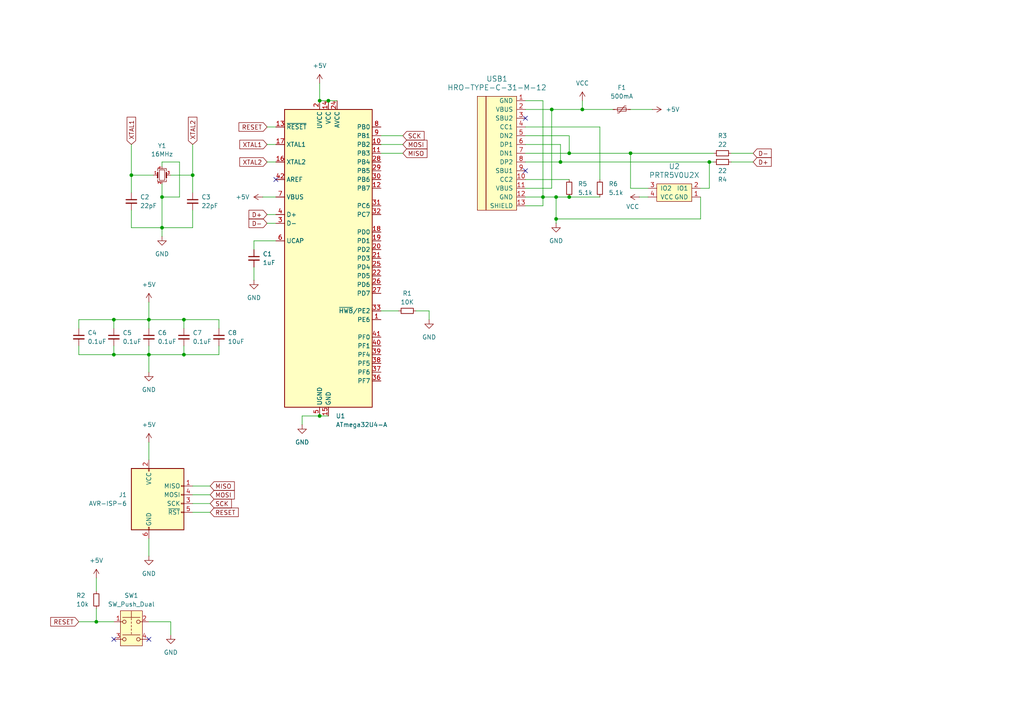
<source format=kicad_sch>
(kicad_sch (version 20250114) (generator "eeschema") (generator_version "9.0")
  (paper "A4")
  (lib_symbols
    (symbol "Connector:AVR-ISP-6" (pin_names (offset 1.016))
      (property "Reference" "J" (at -6.35 11.43 0))
      (property "Value" "AVR-ISP-6" (at 0 11.43 0))
      (symbol "AVR-ISP-6_0_1"
        (rectangle (start -2.667 10.16) (end -2.413 9.398))
        (rectangle (start -2.667 -6.858) (end -2.413 -7.62))
        (rectangle (start 7.62 10.16) (end -7.62 -7.62) (stroke (width 0.254)) (fill (type background)))
        (rectangle (start 7.62 5.207) (end 6.858 4.953))
        (rectangle (start 7.62 2.667) (end 6.858 2.413))
        (rectangle (start 7.62 0.127) (end 6.858 -0.127))
        (rectangle (start 7.62 -2.413) (end 6.858 -2.667))
      )
      (symbol "AVR-ISP-6_1_1"
        (pin passive line (at -2.54 12.7 270) (length 2.54) (name "VCC") (number "2"))
        (pin passive line (at -2.54 -10.16 90) (length 2.54) (name "GND") (number "6"))
        (pin passive line (at 10.16 5.08 180) (length 2.54) (name "MISO") (number "1"))
        (pin passive line (at 10.16 2.54 180) (length 2.54) (name "MOSI") (number "4"))
        (pin passive line (at 10.16 0 180) (length 2.54) (name "SCK") (number "3"))
        (pin passive line (at 10.16 -2.54 180) (length 2.54) (name "~{RST}") (number "5"))
      )
    )
    (symbol "Device:C_Small" (pin_numbers (hide yes)) (pin_names (offset 0.254) (hide yes))
      (property "Reference" "C" (at 0.254 1.778 0))
      (property "Value" "C_Small" (at 0.254 -2.032 0))
      (symbol "C_Small_0_1"
        (polyline (pts (xy -1.524 0.508) (xy 1.524 0.508)) (stroke (width 0.3048)))
        (polyline (pts (xy -1.524 -0.508) (xy 1.524 -0.508)) (stroke (width 0.3302)))
      )
      (symbol "C_Small_1_1"
        (pin passive line (at 0 2.54 270) (length 2.032) (name "~") (number "1"))
        (pin passive line (at 0 -2.54 90) (length 2.032) (name "~") (number "2"))
      )
    )
    (symbol "Device:Crystal_GND24_Small" (pin_names (offset 1.016) (hide yes))
      (property "Reference" "Y" (at 1.27 4.445 0))
      (property "Value" "Crystal_GND24_Small" (at 1.27 2.54 0))
      (symbol "Crystal_GND24_Small_0_1"
        (polyline (pts (xy -1.27 1.27) (xy -1.27 1.905) (xy 1.27 1.905) (xy 1.27 1.27)))
        (polyline (pts (xy -1.27 -0.762) (xy -1.27 0.762)) (stroke (width 0.381)))
        (polyline (pts (xy -1.27 -1.27) (xy -1.27 -1.905) (xy 1.27 -1.905) (xy 1.27 -1.27)))
        (rectangle (start -0.762 -1.524) (end 0.762 1.524))
        (polyline (pts (xy 1.27 -0.762) (xy 1.27 0.762)) (stroke (width 0.381)))
      )
      (symbol "Crystal_GND24_Small_1_1"
        (pin passive line (at -2.54 0 0) (length 1.27) (name "1") (number "1"))
        (pin passive line (at 0 2.54 270) (length 0.635) (name "4") (number "4"))
        (pin passive line (at 0 -2.54 90) (length 0.635) (name "2") (number "2"))
        (pin passive line (at 2.54 0 180) (length 1.27) (name "3") (number "3"))
      )
    )
    (symbol "Device:Polyfuse_Small" (pin_numbers (hide yes)) (pin_names (offset 0))
      (property "Reference" "F" (at -1.905 0 90))
      (property "Value" "Polyfuse_Small" (at 1.905 0 90))
      (symbol "Polyfuse_Small_0_1"
        (polyline (pts (xy -1.016 1.27) (xy -1.016 0.762) (xy 1.016 -0.762) (xy 1.016 -1.27)))
        (rectangle (start -0.508 1.27) (end 0.508 -1.27))
        (polyline (pts (xy 0 2.54) (xy 0 -2.54)))
      )
      (symbol "Polyfuse_Small_1_1"
        (pin passive line (at 0 2.54 270) (length 0.635) (name "~") (number "1"))
        (pin passive line (at 0 -2.54 90) (length 0.635) (name "~") (number "2"))
      )
    )
    (symbol "Device:R_Small" (pin_numbers (hide yes)) (pin_names (offset 0.254) (hide yes))
      (property "Reference" "R" (at 0.762 0.508 0))
      (property "Value" "R_Small" (at 0.762 -1.016 0))
      (symbol "R_Small_0_1"
        (rectangle (start -0.762 1.778) (end 0.762 -1.778) (stroke (width 0.2032)))
      )
      (symbol "R_Small_1_1"
        (pin passive line (at 0 2.54 270) (length 0.762) (name "~") (number "1"))
        (pin passive line (at 0 -2.54 90) (length 0.762) (name "~") (number "2"))
      )
    )
    (symbol "MCU_Microchip_ATmega:ATmega32U4-A"
      (property "Reference" "U" (at -12.7 44.45 0))
      (property "Value" "ATmega32U4-A" (at 2.54 -44.45 0))
      (symbol "ATmega32U4-A_0_1"
        (rectangle (start -12.7 -43.18) (end 12.7 43.18) (stroke (width 0.254)) (fill (type background)))
      )
      (symbol "ATmega32U4-A_1_1"
        (pin input line (at -15.24 38.1 0) (length 2.54) (name "~{RESET}") (number "13"))
        (pin input line (at -15.24 33.02 0) (length 2.54) (name "XTAL1") (number "17"))
        (pin output line (at -15.24 27.94 0) (length 2.54) (name "XTAL2") (number "16"))
        (pin passive line (at -15.24 22.86 0) (length 2.54) (name "AREF") (number "42"))
        (pin input line (at -15.24 17.78 0) (length 2.54) (name "VBUS") (number "7"))
        (pin bidirectional line (at -15.24 12.7 0) (length 2.54) (name "D+") (number "4"))
        (pin bidirectional line (at -15.24 10.16 0) (length 2.54) (name "D-") (number "3"))
        (pin passive line (at -15.24 5.08 0) (length 2.54) (name "UCAP") (number "6"))
        (pin power_in line (at -2.54 45.72 270) (length 2.54) (name "UVCC") (number "2"))
        (pin passive line (at -2.54 -45.72 90) (length 2.54) (name "UGND") (number "5"))
        (pin power_in line (at 0 45.72 270) (length 2.54) (name "VCC") (number "14"))
        (pin passive line (at 0 45.72 270) (length 2.54) (hide yes) (name "VCC") (number "34"))
        (pin power_in line (at 0 -45.72 90) (length 2.54) (name "GND") (number "15"))
        (pin passive line (at 0 -45.72 90) (length 2.54) (hide yes) (name "GND") (number "23"))
        (pin passive line (at 0 -45.72 90) (length 2.54) (hide yes) (name "GND") (number "35"))
        (pin passive line (at 0 -45.72 90) (length 2.54) (hide yes) (name "GND") (number "43"))
        (pin power_in line (at 2.54 45.72 270) (length 2.54) (name "AVCC") (number "24"))
        (pin passive line (at 2.54 45.72 270) (length 2.54) (hide yes) (name "AVCC") (number "44"))
        (pin bidirectional line (at 15.24 38.1 180) (length 2.54) (name "PB0") (number "8"))
        (pin bidirectional line (at 15.24 35.56 180) (length 2.54) (name "PB1") (number "9"))
        (pin bidirectional line (at 15.24 33.02 180) (length 2.54) (name "PB2") (number "10"))
        (pin bidirectional line (at 15.24 30.48 180) (length 2.54) (name "PB3") (number "11"))
        (pin bidirectional line (at 15.24 27.94 180) (length 2.54) (name "PB4") (number "28"))
        (pin bidirectional line (at 15.24 25.4 180) (length 2.54) (name "PB5") (number "29"))
        (pin bidirectional line (at 15.24 22.86 180) (length 2.54) (name "PB6") (number "30"))
        (pin bidirectional line (at 15.24 20.32 180) (length 2.54) (name "PB7") (number "12"))
        (pin bidirectional line (at 15.24 15.24 180) (length 2.54) (name "PC6") (number "31"))
        (pin bidirectional line (at 15.24 12.7 180) (length 2.54) (name "PC7") (number "32"))
        (pin bidirectional line (at 15.24 7.62 180) (length 2.54) (name "PD0") (number "18"))
        (pin bidirectional line (at 15.24 5.08 180) (length 2.54) (name "PD1") (number "19"))
        (pin bidirectional line (at 15.24 2.54 180) (length 2.54) (name "PD2") (number "20"))
        (pin bidirectional line (at 15.24 0 180) (length 2.54) (name "PD3") (number "21"))
        (pin bidirectional line (at 15.24 -2.54 180) (length 2.54) (name "PD4") (number "25"))
        (pin bidirectional line (at 15.24 -5.08 180) (length 2.54) (name "PD5") (number "22"))
        (pin bidirectional line (at 15.24 -7.62 180) (length 2.54) (name "PD6") (number "26"))
        (pin bidirectional line (at 15.24 -10.16 180) (length 2.54) (name "PD7") (number "27"))
        (pin bidirectional line (at 15.24 -15.24 180) (length 2.54) (name "~{HWB}/PE2") (number "33"))
        (pin bidirectional line (at 15.24 -17.78 180) (length 2.54) (name "PE6") (number "1"))
        (pin bidirectional line (at 15.24 -22.86 180) (length 2.54) (name "PF0") (number "41"))
        (pin bidirectional line (at 15.24 -25.4 180) (length 2.54) (name "PF1") (number "40"))
        (pin bidirectional line (at 15.24 -27.94 180) (length 2.54) (name "PF4") (number "39"))
        (pin bidirectional line (at 15.24 -30.48 180) (length 2.54) (name "PF5") (number "38"))
        (pin bidirectional line (at 15.24 -33.02 180) (length 2.54) (name "PF6") (number "37"))
        (pin bidirectional line (at 15.24 -35.56 180) (length 2.54) (name "PF7") (number "36"))
      )
    )
    (symbol "Switch:SW_Push_Dual" (pin_names (offset 1.016) (hide yes))
      (property "Reference" "SW" (at 0 7.62 0))
      (property "Value" "SW_Push_Dual" (at 0 -6.35 0))
      (symbol "SW_Push_Dual_0_1"
        (circle (center -2.032 2.54) (radius 0.508))
        (circle (center -2.032 -2.54) (radius 0.508))
        (polyline (pts (xy 0 3.81) (xy 0 5.588)))
        (polyline (pts (xy 0 3.048) (xy 0 3.556)))
        (polyline (pts (xy 0 2.032) (xy 0 2.54)))
        (polyline (pts (xy 0 1.016) (xy 0 1.524)))
        (polyline (pts (xy 0 0.508) (xy 0 0)))
        (polyline (pts (xy 0 -0.508) (xy 0 -1.016)))
        (circle (center 2.032 2.54) (radius 0.508))
        (circle (center 2.032 -2.54) (radius 0.508))
        (polyline (pts (xy 2.54 3.81) (xy -2.54 3.81)))
        (polyline (pts (xy 2.54 -1.27) (xy -2.54 -1.27)))
        (pin passive line (at -5.08 2.54 0) (length 2.54) (name "1") (number "1"))
        (pin passive line (at -5.08 -2.54 0) (length 2.54) (name "3") (number "3"))
        (pin passive line (at 5.08 2.54 180) (length 2.54) (name "2") (number "2"))
        (pin passive line (at 5.08 -2.54 180) (length 2.54) (name "4") (number "4"))
      )
      (symbol "SW_Push_Dual_1_1"
        (rectangle (start -3.175 5.715) (end 3.175 -4.445) (fill (type background)))
      )
    )
    (symbol "Type-C:HRO-TYPE-C-31-M-12" (pin_names (offset 1.016))
      (property "Reference" "USB" (at -5.08 16.51 0))
      (property "Value" "HRO-TYPE-C-31-M-12" (at -10.16 -1.27 90))
      (symbol "HRO-TYPE-C-31-M-12_0_1"
        (rectangle (start -11.43 15.24) (end -8.89 -17.78) (fill (type background)))
        (rectangle (start 0 -17.78) (end -8.89 15.24) (fill (type background)))
      )
      (symbol "HRO-TYPE-C-31-M-12_1_1"
        (pin input line (at 2.54 13.97 180) (length 2.54) (name "GND") (number "1"))
        (pin input line (at 2.54 11.43 180) (length 2.54) (name "VBUS") (number "2"))
        (pin input line (at 2.54 8.89 180) (length 2.54) (name "SBU2") (number "3"))
        (pin input line (at 2.54 6.35 180) (length 2.54) (name "CC1") (number "4"))
        (pin input line (at 2.54 3.81 180) (length 2.54) (name "DN2") (number "5"))
        (pin input line (at 2.54 1.27 180) (length 2.54) (name "DP1") (number "6"))
        (pin input line (at 2.54 -1.27 180) (length 2.54) (name "DN1") (number "7"))
        (pin input line (at 2.54 -3.81 180) (length 2.54) (name "DP2") (number "8"))
        (pin input line (at 2.54 -6.35 180) (length 2.54) (name "SBU1") (number "9"))
        (pin input line (at 2.54 -8.89 180) (length 2.54) (name "CC2") (number "10"))
        (pin input line (at 2.54 -11.43 180) (length 2.54) (name "VBUS") (number "11"))
        (pin input line (at 2.54 -13.97 180) (length 2.54) (name "GND") (number "12"))
        (pin input line (at 2.54 -16.51 180) (length 2.54) (name "SHIELD") (number "13"))
      )
    )
    (symbol "power:+5V" (power) (pin_numbers (hide yes)) (pin_names (offset 0) (hide yes))
      (property "Value" "+5V" (at 0 3.556 0))
      (symbol "+5V_0_1"
        (polyline (pts (xy -0.762 1.27) (xy 0 2.54)))
        (polyline (pts (xy 0 2.54) (xy 0.762 1.27)))
        (polyline (pts (xy 0 0) (xy 0 2.54)))
      )
      (symbol "+5V_1_1"
        (pin power_in line (at 0 0 90) (length 0) (name "~") (number "1"))
      )
    )
    (symbol "power:GND" (power) (pin_numbers (hide yes)) (pin_names (offset 0) (hide yes))
      (property "Value" "GND" (at 0 -3.81 0))
      (symbol "GND_0_1"
        (polyline (pts (xy 0 0) (xy 0 -1.27) (xy 1.27 -1.27) (xy 0 -2.54) (xy -1.27 -1.27) (xy 0 -1.27)))
      )
      (symbol "GND_1_1"
        (pin power_in line (at 0 0 270) (length 0) (name "~") (number "1"))
      )
    )
    (symbol "power:VCC" (power) (pin_numbers (hide yes)) (pin_names (offset 0) (hide yes))
      (property "Value" "VCC" (at 0 3.556 0))
      (symbol "VCC_0_1"
        (polyline (pts (xy -0.762 1.27) (xy 0 2.54)))
        (polyline (pts (xy 0 2.54) (xy 0.762 1.27)))
        (polyline (pts (xy 0 0) (xy 0 2.54)))
      )
      (symbol "VCC_1_1"
        (pin power_in line (at 0 0 90) (length 0) (name "~") (number "1"))
      )
    )
    (symbol "random-keyboard-parts:PRTR5V0U2X" (pin_names (offset 1.016))
      (property "Reference" "U" (at 0 3.81 0))
      (property "Value" "PRTR5V0U2X" (at 0 -3.81 0))
      (symbol "PRTR5V0U2X_0_1"
        (rectangle (start -5.08 2.54) (end 5.08 -2.54) (fill (type background)))
      )
      (symbol "PRTR5V0U2X_1_1"
        (pin input line (at -7.62 1.27 0) (length 2.54) (name "GND") (number "1"))
        (pin input line (at -7.62 -1.27 0) (length 2.54) (name "IO1") (number "2"))
        (pin input line (at 7.62 1.27 180) (length 2.54) (name "VCC") (number "4"))
        (pin input line (at 7.62 -1.27 180) (length 2.54) (name "IO2") (number "3"))
      )
    )
  )
  (junction (at 161.29 63.5))
  (junction (at 95.25 29.21))
  (junction (at 55.88 50.8))
  (junction (at 161.29 57.15))
  (junction (at 182.88 44.45))
  (junction (at 43.18 102.87))
  (junction (at 160.02 31.75))
  (junction (at 27.94 180.34))
  (junction (at 38.1 50.8))
  (junction (at 157.48 57.15))
  (junction (at 53.34 102.87))
  (junction (at 205.74 46.99))
  (junction (at 46.99 57.15))
  (junction (at 33.02 92.71))
  (junction (at 92.71 120.65))
  (junction (at 53.34 92.71))
  (junction (at 43.18 92.71))
  (junction (at 165.1 44.45))
  (junction (at 165.1 57.15))
  (junction (at 92.71 29.21))
  (junction (at 162.56 46.99))
  (junction (at 46.99 66.04))
  (junction (at 33.02 102.87))
  (junction (at 168.91 31.75))
  (no_connect (at 152.4 49.53))
  (no_connect (at 43.18 185.42))
  (no_connect (at 33.02 185.42))
  (no_connect (at 80.01 52.07))
  (no_connect (at 152.4 34.29))
  (wire (pts (xy 205.74 54.61) (xy 205.74 46.99)))
  (wire (pts (xy 53.34 92.71) (xy 43.18 92.71)))
  (wire (pts (xy 152.4 41.91) (xy 162.56 41.91)))
  (wire (pts (xy 53.34 95.25) (xy 53.34 92.71)))
  (wire (pts (xy 92.71 120.65) (xy 95.25 120.65)))
  (wire (pts (xy 212.09 44.45) (xy 218.44 44.45)))
  (wire (pts (xy 55.88 143.51) (xy 60.96 143.51)))
  (wire (pts (xy 63.5 100.33) (xy 63.5 102.87)))
  (wire (pts (xy 55.88 140.97) (xy 60.96 140.97)))
  (wire (pts (xy 49.53 180.34) (xy 49.53 184.15)))
  (wire (pts (xy 152.4 31.75) (xy 160.02 31.75)))
  (wire (pts (xy 124.46 90.17) (xy 124.46 92.71)))
  (wire (pts (xy 52.07 57.15) (xy 46.99 57.15)))
  (wire (pts (xy 46.99 57.15) (xy 46.99 66.04)))
  (wire (pts (xy 182.88 44.45) (xy 207.01 44.45)))
  (wire (pts (xy 43.18 102.87) (xy 43.18 107.95)))
  (wire (pts (xy 53.34 100.33) (xy 53.34 102.87)))
  (wire (pts (xy 76.2 57.15) (xy 80.01 57.15)))
  (wire (pts (xy 185.42 57.15) (xy 187.96 57.15)))
  (wire (pts (xy 160.02 31.75) (xy 168.91 31.75)))
  (wire (pts (xy 160.02 31.75) (xy 160.02 54.61)))
  (wire (pts (xy 203.2 57.15) (xy 203.2 63.5)))
  (wire (pts (xy 63.5 102.87) (xy 53.34 102.87)))
  (wire (pts (xy 22.86 100.33) (xy 22.86 102.87)))
  (wire (pts (xy 43.18 156.21) (xy 43.18 161.29)))
  (wire (pts (xy 77.47 41.91) (xy 80.01 41.91)))
  (wire (pts (xy 152.4 44.45) (xy 165.1 44.45)))
  (wire (pts (xy 212.09 46.99) (xy 218.44 46.99)))
  (wire (pts (xy 53.34 102.87) (xy 43.18 102.87)))
  (wire (pts (xy 157.48 57.15) (xy 161.29 57.15)))
  (wire (pts (xy 205.74 46.99) (xy 207.01 46.99)))
  (wire (pts (xy 152.4 29.21) (xy 157.48 29.21)))
  (wire (pts (xy 161.29 57.15) (xy 161.29 63.5)))
  (wire (pts (xy 46.99 46.99) (xy 52.07 46.99)))
  (wire (pts (xy 152.4 46.99) (xy 162.56 46.99)))
  (wire (pts (xy 38.1 66.04) (xy 46.99 66.04)))
  (wire (pts (xy 63.5 95.25) (xy 63.5 92.71)))
  (wire (pts (xy 203.2 63.5) (xy 161.29 63.5)))
  (wire (pts (xy 38.1 41.91) (xy 38.1 50.8)))
  (wire (pts (xy 33.02 102.87) (xy 43.18 102.87)))
  (wire (pts (xy 120.65 90.17) (xy 124.46 90.17)))
  (wire (pts (xy 22.86 102.87) (xy 33.02 102.87)))
  (wire (pts (xy 165.1 44.45) (xy 182.88 44.45)))
  (wire (pts (xy 160.02 54.61) (xy 152.4 54.61)))
  (wire (pts (xy 22.86 180.34) (xy 27.94 180.34)))
  (wire (pts (xy 165.1 57.15) (xy 173.99 57.15)))
  (wire (pts (xy 77.47 64.77) (xy 80.01 64.77)))
  (wire (pts (xy 55.88 146.05) (xy 60.96 146.05)))
  (wire (pts (xy 157.48 29.21) (xy 157.48 57.15)))
  (wire (pts (xy 38.1 60.96) (xy 38.1 66.04)))
  (wire (pts (xy 110.49 41.91) (xy 116.84 41.91)))
  (wire (pts (xy 161.29 63.5) (xy 161.29 64.77)))
  (wire (pts (xy 110.49 39.37) (xy 116.84 39.37)))
  (wire (pts (xy 162.56 41.91) (xy 162.56 46.99)))
  (wire (pts (xy 162.56 46.99) (xy 205.74 46.99)))
  (wire (pts (xy 43.18 92.71) (xy 33.02 92.71)))
  (wire (pts (xy 52.07 46.99) (xy 52.07 57.15)))
  (wire (pts (xy 168.91 31.75) (xy 177.8 31.75)))
  (wire (pts (xy 33.02 92.71) (xy 33.02 95.25)))
  (wire (pts (xy 44.45 50.8) (xy 38.1 50.8)))
  (wire (pts (xy 110.49 44.45) (xy 116.84 44.45)))
  (wire (pts (xy 27.94 167.64) (xy 27.94 171.45)))
  (wire (pts (xy 46.99 53.34) (xy 46.99 57.15)))
  (wire (pts (xy 92.71 24.13) (xy 92.71 29.21)))
  (wire (pts (xy 73.66 77.47) (xy 73.66 81.28)))
  (wire (pts (xy 33.02 92.71) (xy 22.86 92.71)))
  (wire (pts (xy 157.48 59.69) (xy 152.4 59.69)))
  (wire (pts (xy 173.99 36.83) (xy 173.99 52.07)))
  (wire (pts (xy 43.18 102.87) (xy 43.18 100.33)))
  (wire (pts (xy 161.29 57.15) (xy 165.1 57.15)))
  (wire (pts (xy 77.47 36.83) (xy 80.01 36.83)))
  (wire (pts (xy 87.63 120.65) (xy 87.63 123.19)))
  (wire (pts (xy 152.4 52.07) (xy 165.1 52.07)))
  (wire (pts (xy 165.1 39.37) (xy 165.1 44.45)))
  (wire (pts (xy 92.71 120.65) (xy 87.63 120.65)))
  (wire (pts (xy 55.88 148.59) (xy 60.96 148.59)))
  (wire (pts (xy 182.88 54.61) (xy 182.88 44.45)))
  (wire (pts (xy 38.1 50.8) (xy 38.1 55.88)))
  (wire (pts (xy 46.99 66.04) (xy 46.99 68.58)))
  (wire (pts (xy 77.47 46.99) (xy 80.01 46.99)))
  (wire (pts (xy 152.4 36.83) (xy 173.99 36.83)))
  (wire (pts (xy 152.4 57.15) (xy 157.48 57.15)))
  (wire (pts (xy 182.88 31.75) (xy 189.23 31.75)))
  (wire (pts (xy 157.48 57.15) (xy 157.48 59.69)))
  (wire (pts (xy 203.2 54.61) (xy 205.74 54.61)))
  (wire (pts (xy 43.18 87.63) (xy 43.18 92.71)))
  (wire (pts (xy 55.88 41.91) (xy 55.88 50.8)))
  (wire (pts (xy 49.53 50.8) (xy 55.88 50.8)))
  (wire (pts (xy 33.02 180.34) (xy 27.94 180.34)))
  (wire (pts (xy 77.47 62.23) (xy 80.01 62.23)))
  (wire (pts (xy 27.94 180.34) (xy 27.94 176.53)))
  (wire (pts (xy 80.01 69.85) (xy 73.66 69.85)))
  (wire (pts (xy 152.4 39.37) (xy 165.1 39.37)))
  (wire (pts (xy 46.99 48.26) (xy 46.99 46.99)))
  (wire (pts (xy 46.99 66.04) (xy 55.88 66.04)))
  (wire (pts (xy 92.71 29.21) (xy 95.25 29.21)))
  (wire (pts (xy 110.49 90.17) (xy 115.57 90.17)))
  (wire (pts (xy 187.96 54.61) (xy 182.88 54.61)))
  (wire (pts (xy 43.18 95.25) (xy 43.18 92.71)))
  (wire (pts (xy 95.25 29.21) (xy 97.79 29.21)))
  (wire (pts (xy 168.91 29.21) (xy 168.91 31.75)))
  (wire (pts (xy 63.5 92.71) (xy 53.34 92.71)))
  (wire (pts (xy 55.88 60.96) (xy 55.88 66.04)))
  (wire (pts (xy 43.18 180.34) (xy 49.53 180.34)))
  (wire (pts (xy 33.02 100.33) (xy 33.02 102.87)))
  (wire (pts (xy 73.66 69.85) (xy 73.66 72.39)))
  (wire (pts (xy 43.18 128.27) (xy 43.18 133.35)))
  (wire (pts (xy 55.88 50.8) (xy 55.88 55.88)))
  (wire (pts (xy 22.86 92.71) (xy 22.86 95.25)))
  (global_label "XTAL1" (shape input) (at 38.1 41.91 90) (property "Intersheetrefs" "${INTERSHEET_REFS}" (effects (hide yes))))
  (global_label "D-" (shape input) (at 218.44 44.45 0) (property "Intersheetrefs" "${INTERSHEET_REFS}" (effects (hide yes))))
  (global_label "RESET" (shape input) (at 77.47 36.83 180) (property "Intersheetrefs" "${INTERSHEET_REFS}" (effects (hide yes))))
  (global_label "MISO" (shape input) (at 60.96 140.97 0) (property "Intersheetrefs" "${INTERSHEET_REFS}" (effects (hide yes))))
  (global_label "MOSI" (shape input) (at 116.84 41.91 0) (property "Intersheetrefs" "${INTERSHEET_REFS}" (effects (hide yes))))
  (global_label "MISO" (shape input) (at 116.84 44.45 0) (property "Intersheetrefs" "${INTERSHEET_REFS}" (effects (hide yes))))
  (global_label "XTAL2" (shape input) (at 77.47 46.99 180) (property "Intersheetrefs" "${INTERSHEET_REFS}" (effects (hide yes))))
  (global_label "MOSI" (shape input) (at 60.96 143.51 0) (property "Intersheetrefs" "${INTERSHEET_REFS}" (effects (hide yes))))
  (global_label "D-" (shape input) (at 77.47 64.77 180) (property "Intersheetrefs" "${INTERSHEET_REFS}" (effects (hide yes))))
  (global_label "SCK" (shape input) (at 116.84 39.37 0) (property "Intersheetrefs" "${INTERSHEET_REFS}" (effects (hide yes))))
  (global_label "D+" (shape input) (at 218.44 46.99 0) (property "Intersheetrefs" "${INTERSHEET_REFS}" (effects (hide yes))))
  (global_label "RESET" (shape input) (at 22.86 180.34 180) (property "Intersheetrefs" "${INTERSHEET_REFS}" (effects (hide yes))))
  (global_label "D+" (shape input) (at 77.47 62.23 180) (property "Intersheetrefs" "${INTERSHEET_REFS}" (effects (hide yes))))
  (global_label "XTAL1" (shape input) (at 77.47 41.91 180) (property "Intersheetrefs" "${INTERSHEET_REFS}" (effects (hide yes))))
  (global_label "RESET" (shape input) (at 60.96 148.59 0) (property "Intersheetrefs" "${INTERSHEET_REFS}" (effects (hide yes))))
  (global_label "SCK" (shape input) (at 60.96 146.05 0) (property "Intersheetrefs" "${INTERSHEET_REFS}" (effects (hide yes))))
  (global_label "XTAL2" (shape input) (at 55.88 41.91 90) (property "Intersheetrefs" "${INTERSHEET_REFS}" (effects (hide yes))))
  (symbol (lib_id "power:+5V") (at 43.18 128.27 0) (unit 1)
    (property "Reference" "#PWR08" (effects (hide yes)))
    (property "Value" "+5V" (at 43.18 123.19 0))
    (property "Description" "Power symbol creates a global label with name \"+5V\"" (effects (hide yes)))
  )
  (symbol (lib_id "Device:C_Small") (at 33.02 97.79 0) (unit 1)
    (property "Reference" "C5" (at 35.56 96.5262 0) (effects (justify left)))
    (property "Value" "0.1uF" (at 35.56 99.0662 0) (effects (justify left)))
    (property "Description" "Unpolarized capacitor, small symbol" (effects (hide yes)))
  )
  (symbol (lib_id "Device:R_Small") (at 209.55 44.45 90) (unit 1)
    (property "Reference" "R3" (at 209.55 39.37 90))
    (property "Value" "22" (at 209.55 41.91 90))
    (property "Description" "Resistor, small symbol" (effects (hide yes)))
  )
  (symbol (lib_id "Device:Crystal_GND24_Small") (at 46.99 50.8 0) (unit 1)
    (property "Reference" "Y1" (at 46.99 42.2842 0))
    (property "Value" "16MHz" (at 46.99 44.704 0))
    (property "Description" "Four pin crystal, GND on pins 2 and 4, small symbol" (effects (hide yes)))
  )
  (symbol (lib_id "power:+5V") (at 43.18 87.63 0) (unit 1)
    (property "Reference" "#PWR07" (effects (hide yes)))
    (property "Value" "+5V" (at 43.18 82.55 0))
    (property "Description" "Power symbol creates a global label with name \"+5V\"" (effects (hide yes)))
  )
  (symbol (lib_id "Device:R_Small") (at 209.55 46.99 90) (mirror x) (unit 1)
    (property "Reference" "R4" (at 209.55 52.07 90))
    (property "Value" "22" (at 209.55 49.53 90))
    (property "Description" "Resistor, small symbol" (effects (hide yes)))
  )
  (symbol (lib_id "Device:C_Small") (at 63.5 97.79 0) (unit 1)
    (property "Reference" "C8" (at 66.04 96.5262 0) (effects (justify left)))
    (property "Value" "10uF" (at 66.04 99.0662 0) (effects (justify left)))
    (property "Description" "Unpolarized capacitor, small symbol" (effects (hide yes)))
  )
  (symbol (lib_id "power:+5V") (at 92.71 24.13 0) (unit 1)
    (property "Reference" "#PWR01" (effects (hide yes)))
    (property "Value" "+5V" (at 92.71 19.05 0))
    (property "Description" "Power symbol creates a global label with name \"+5V\"" (effects (hide yes)))
  )
  (symbol (lib_id "Device:R_Small") (at 27.94 173.99 0) (unit 1)
    (property "Reference" "R2" (at 22.098 172.72 0) (effects (justify left)))
    (property "Value" "10k" (at 22.098 175.26 0) (effects (justify left)))
    (property "Description" "Resistor, small symbol" (effects (hide yes)))
  )
  (symbol (lib_id "power:GND") (at 43.18 107.95 0) (unit 1)
    (property "Reference" "#PWR06" (effects (hide yes)))
    (property "Value" "GND" (at 43.18 113.03 0))
    (property "Description" "Power symbol creates a global label with name \"GND\" , ground" (effects (hide yes)))
  )
  (symbol (lib_id "Device:R_Small") (at 165.1 54.61 0) (unit 1)
    (property "Reference" "R5" (at 167.64 53.3399 0) (effects (justify left)))
    (property "Value" "5.1k" (at 167.64 55.8799 0) (effects (justify left)))
    (property "Description" "Resistor, small symbol" (effects (hide yes)))
  )
  (symbol (lib_id "power:VCC") (at 185.42 57.15 90) (unit 1)
    (property "Reference" "#PWR015" (effects (hide yes)))
    (property "Value" "VCC" (at 185.42 59.944 90) (effects (justify left)))
    (property "Description" "Power symbol creates a global label with name \"VCC\"" (effects (hide yes)))
  )
  (symbol (lib_id "power:GND") (at 43.18 161.29 0) (unit 1)
    (property "Reference" "#PWR09" (effects (hide yes)))
    (property "Value" "GND" (at 43.18 166.37 0))
    (property "Description" "Power symbol creates a global label with name \"GND\" , ground" (effects (hide yes)))
  )
  (symbol (lib_id "Switch:SW_Push_Dual") (at 38.1 182.88 0) (unit 1)
    (property "Reference" "SW1" (at 38.1 172.72 0))
    (property "Value" "SW_Push_Dual" (at 38.1 175.26 0))
    (property "Description" "Push button switch, generic, symbol, four pins" (effects (hide yes)))
  )
  (symbol (lib_id "power:+5V") (at 76.2 57.15 90) (unit 1)
    (property "Reference" "#PWR016" (effects (hide yes)))
    (property "Value" "+5V" (at 72.39 57.1499 90) (effects (justify left)))
    (property "Description" "Power symbol creates a global label with name \"+5V\"" (effects (hide yes)))
  )
  (symbol (lib_id "power:GND") (at 87.63 123.19 0) (unit 1)
    (property "Reference" "#PWR02" (effects (hide yes)))
    (property "Value" "GND" (at 87.63 128.27 0))
    (property "Description" "Power symbol creates a global label with name \"GND\" , ground" (effects (hide yes)))
  )
  (symbol (lib_id "Device:C_Small") (at 73.66 74.93 0) (unit 1)
    (property "Reference" "C1" (at 76.2 73.6662 0) (effects (justify left)))
    (property "Value" "1uF" (at 76.2 76.2062 0) (effects (justify left)))
    (property "Description" "Unpolarized capacitor, small symbol" (effects (hide yes)))
  )
  (symbol (lib_id "Device:C_Small") (at 43.18 97.79 0) (unit 1)
    (property "Reference" "C6" (at 45.72 96.5262 0) (effects (justify left)))
    (property "Value" "0.1uF" (at 45.72 99.0662 0) (effects (justify left)))
    (property "Description" "Unpolarized capacitor, small symbol" (effects (hide yes)))
  )
  (symbol (lib_id "Device:C_Small") (at 55.88 58.42 0) (unit 1)
    (property "Reference" "C3" (at 58.42 57.1562 0) (effects (justify left)))
    (property "Value" "22pF" (at 58.42 59.6962 0) (effects (justify left)))
    (property "Description" "Unpolarized capacitor, small symbol" (effects (hide yes)))
  )
  (symbol (lib_id "Device:C_Small") (at 53.34 97.79 0) (unit 1)
    (property "Reference" "C7" (at 55.88 96.5262 0) (effects (justify left)))
    (property "Value" "0.1uF" (at 55.88 99.0662 0) (effects (justify left)))
    (property "Description" "Unpolarized capacitor, small symbol" (effects (hide yes)))
  )
  (symbol (lib_id "power:GND") (at 49.53 184.15 0) (unit 1)
    (property "Reference" "#PWR011" (effects (hide yes)))
    (property "Value" "GND" (at 49.53 189.23 0))
    (property "Description" "Power symbol creates a global label with name \"GND\" , ground" (effects (hide yes)))
  )
  (symbol (lib_id "Type-C:HRO-TYPE-C-31-M-12") (at 149.86 43.18 0) (unit 1)
    (property "Reference" "USB1" (at 144.145 22.86 0) (effects (font (size 1.524 1.524))))
    (property "Value" "HRO-TYPE-C-31-M-12" (at 144.145 25.4 0) (effects (font (size 1.524 1.524))))
  )
  (symbol (lib_id "power:GND") (at 46.99 68.58 0) (unit 1)
    (property "Reference" "#PWR05" (effects (hide yes)))
    (property "Value" "GND" (at 46.99 73.66 0))
    (property "Description" "Power symbol creates a global label with name \"GND\" , ground" (effects (hide yes)))
  )
  (symbol (lib_id "power:+5V") (at 27.94 167.64 0) (unit 1)
    (property "Reference" "#PWR010" (effects (hide yes)))
    (property "Value" "+5V" (at 27.94 162.56 0))
    (property "Description" "Power symbol creates a global label with name \"+5V\"" (effects (hide yes)))
  )
  (symbol (lib_id "power:VCC") (at 168.91 29.21 0) (unit 1)
    (property "Reference" "#PWR014" (effects (hide yes)))
    (property "Value" "VCC" (at 168.91 24.13 0))
    (property "Description" "Power symbol creates a global label with name \"VCC\"" (effects (hide yes)))
  )
  (symbol (lib_id "random-keyboard-parts:PRTR5V0U2X") (at 195.58 55.88 180) (unit 1)
    (property "Reference" "U2" (at 195.58 48.26 0) (effects (font (size 1.524 1.524))))
    (property "Value" "PRTR5V0U2X" (at 195.58 50.8 0) (effects (font (size 1.524 1.524))))
  )
  (symbol (lib_id "power:+5V") (at 189.23 31.75 270) (unit 1)
    (property "Reference" "#PWR012" (effects (hide yes)))
    (property "Value" "+5V" (at 193.04 31.7499 90) (effects (justify left)))
    (property "Description" "Power symbol creates a global label with name \"+5V\"" (effects (hide yes)))
  )
  (symbol (lib_id "Device:Polyfuse_Small") (at 180.34 31.75 90) (unit 1)
    (property "Reference" "F1" (at 180.34 25.4 90))
    (property "Value" "500mA" (at 180.34 27.94 90))
    (property "Description" "Resettable fuse, polymeric positive temperature coefficient, small symbol" (effects (hide yes)))
  )
  (symbol (lib_id "MCU_Microchip_ATmega:ATmega32U4-A") (at 95.25 74.93 0) (unit 1)
    (property "Reference" "U1" (at 97.3933 120.65 0) (effects (justify left)))
    (property "Value" "ATmega32U4-A" (at 97.3933 123.19 0) (effects (justify left)))
    (property "Footprint" "Package_QFP:TQFP-44_10x10mm_P0.8mm" (effects (hide yes)))
    (property "Datasheet" "http://ww1.microchip.com/downloads/en/DeviceDoc/Atmel-7766-8-bit-AVR-ATmega16U4-32U4_Datasheet.pdf" (effects (hide yes)))
    (property "Description" "16MHz, 32kB Flash, 2.5kB SRAM, 1kB EEPROM, USB 2.0, TQFP-44" (effects (hide yes)))
  )
  (symbol (lib_id "power:GND") (at 124.46 92.71 0) (unit 1)
    (property "Reference" "#PWR03" (effects (hide yes)))
    (property "Value" "GND" (at 124.46 97.79 0))
    (property "Description" "Power symbol creates a global label with name \"GND\" , ground" (effects (hide yes)))
  )
  (symbol (lib_id "Device:R_Small") (at 173.99 54.61 0) (unit 1)
    (property "Reference" "R6" (at 176.53 53.3399 0) (effects (justify left)))
    (property "Value" "5.1k" (at 176.53 55.8799 0) (effects (justify left)))
    (property "Description" "Resistor, small symbol" (effects (hide yes)))
  )
  (symbol (lib_id "power:GND") (at 73.66 81.28 0) (unit 1)
    (property "Reference" "#PWR04" (effects (hide yes)))
    (property "Value" "GND" (at 73.66 86.36 0))
    (property "Description" "Power symbol creates a global label with name \"GND\" , ground" (effects (hide yes)))
  )
  (symbol (lib_id "Device:C_Small") (at 38.1 58.42 0) (unit 1)
    (property "Reference" "C2" (at 40.64 57.1562 0) (effects (justify left)))
    (property "Value" "22pF" (at 40.64 59.6962 0) (effects (justify left)))
    (property "Description" "Unpolarized capacitor, small symbol" (effects (hide yes)))
  )
  (symbol (lib_id "Device:R_Small") (at 118.11 90.17 90) (unit 1)
    (property "Reference" "R1" (at 118.11 85.09 90))
    (property "Value" "10K" (at 118.11 87.63 90))
    (property "Description" "Resistor, small symbol" (effects (hide yes)))
  )
  (symbol (lib_id "power:GND") (at 161.29 64.77 0) (unit 1)
    (property "Reference" "#PWR013" (effects (hide yes)))
    (property "Value" "GND" (at 161.29 69.85 0))
    (property "Description" "Power symbol creates a global label with name \"GND\" , ground" (effects (hide yes)))
  )
  (symbol (lib_id "Connector:AVR-ISP-6") (at 45.72 146.05 0) (unit 1)
    (property "Reference" "J1" (at 36.83 143.5099 0) (effects (justify right)))
    (property "Value" "AVR-ISP-6" (at 36.83 146.0499 0) (effects (justify right)))
    (property "Description" "Atmel 6-pin ISP connector" (effects (hide yes)))
  )
  (symbol (lib_id "Device:C_Small") (at 22.86 97.79 0) (unit 1)
    (property "Reference" "C4" (at 25.4 96.5262 0) (effects (justify left)))
    (property "Value" "0.1uF" (at 25.4 99.0662 0) (effects (justify left)))
    (property "Description" "Unpolarized capacitor, small symbol" (effects (hide yes)))
  )
)
</source>
